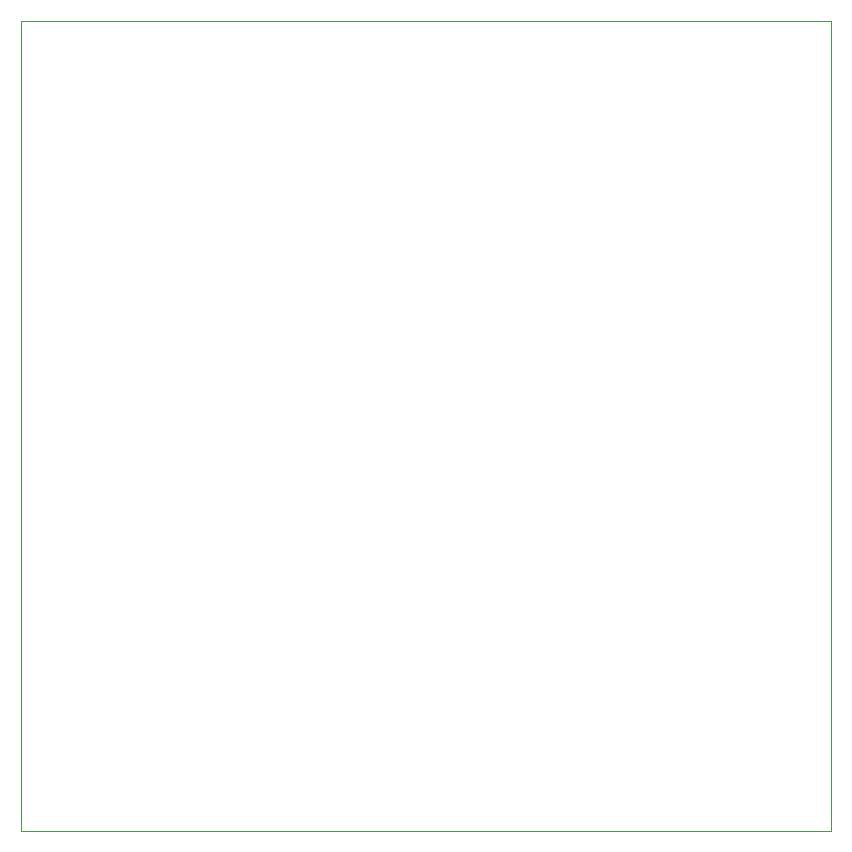
<source format=gbr>
%TF.GenerationSoftware,KiCad,Pcbnew,(6.0.7)*%
%TF.CreationDate,2023-02-12T17:10:21-05:00*%
%TF.ProjectId,PDB,5044422e-6b69-4636-9164-5f7063625858,rev?*%
%TF.SameCoordinates,Original*%
%TF.FileFunction,Profile,NP*%
%FSLAX46Y46*%
G04 Gerber Fmt 4.6, Leading zero omitted, Abs format (unit mm)*
G04 Created by KiCad (PCBNEW (6.0.7)) date 2023-02-12 17:10:21*
%MOMM*%
%LPD*%
G01*
G04 APERTURE LIST*
%TA.AperFunction,Profile*%
%ADD10C,0.100000*%
%TD*%
G04 APERTURE END LIST*
D10*
X144780000Y-144780000D02*
X76200000Y-144780000D01*
X76200000Y-144780000D02*
X76200000Y-76200000D01*
X144780000Y-76200000D02*
X144780000Y-144780000D01*
X76200000Y-76200000D02*
X144780000Y-76200000D01*
M02*

</source>
